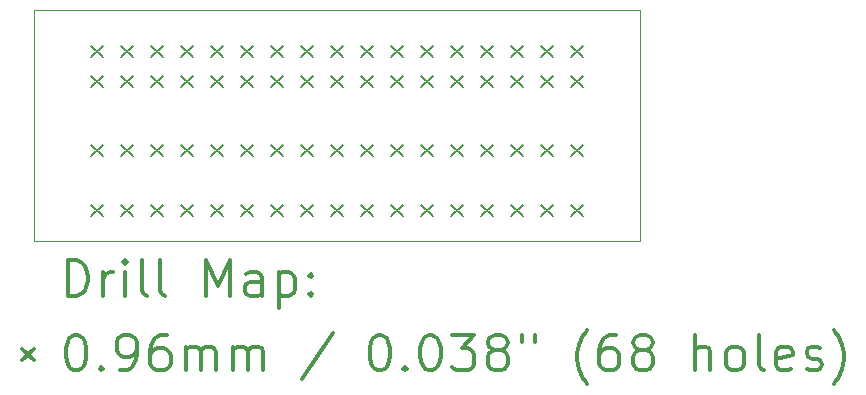
<source format=gbr>
%FSLAX45Y45*%
G04 Gerber Fmt 4.5, Leading zero omitted, Abs format (unit mm)*
G04 Created by KiCad (PCBNEW (5.1.5-0-10_14)) date 2020-03-21 14:00:26*
%MOMM*%
%LPD*%
G04 APERTURE LIST*
%TA.AperFunction,Profile*%
%ADD10C,0.050000*%
%TD*%
%ADD11C,0.200000*%
%ADD12C,0.300000*%
G04 APERTURE END LIST*
D10*
X4686300Y-5194300D02*
X4686300Y-3238500D01*
X9817100Y-5194300D02*
X4686300Y-5194300D01*
X9817100Y-3238500D02*
X9817100Y-5194300D01*
X4686300Y-3238500D02*
X9817100Y-3238500D01*
D11*
X5171450Y-3545850D02*
X5267950Y-3642350D01*
X5267950Y-3545850D02*
X5171450Y-3642350D01*
X5171450Y-3799850D02*
X5267950Y-3896350D01*
X5267950Y-3799850D02*
X5171450Y-3896350D01*
X5425450Y-3545850D02*
X5521950Y-3642350D01*
X5521950Y-3545850D02*
X5425450Y-3642350D01*
X5425450Y-3799850D02*
X5521950Y-3896350D01*
X5521950Y-3799850D02*
X5425450Y-3896350D01*
X5679450Y-3545850D02*
X5775950Y-3642350D01*
X5775950Y-3545850D02*
X5679450Y-3642350D01*
X5679450Y-3799850D02*
X5775950Y-3896350D01*
X5775950Y-3799850D02*
X5679450Y-3896350D01*
X5933450Y-3545850D02*
X6029950Y-3642350D01*
X6029950Y-3545850D02*
X5933450Y-3642350D01*
X5933450Y-3799850D02*
X6029950Y-3896350D01*
X6029950Y-3799850D02*
X5933450Y-3896350D01*
X6187450Y-3545850D02*
X6283950Y-3642350D01*
X6283950Y-3545850D02*
X6187450Y-3642350D01*
X6187450Y-3799850D02*
X6283950Y-3896350D01*
X6283950Y-3799850D02*
X6187450Y-3896350D01*
X6441450Y-3545850D02*
X6537950Y-3642350D01*
X6537950Y-3545850D02*
X6441450Y-3642350D01*
X6441450Y-3799850D02*
X6537950Y-3896350D01*
X6537950Y-3799850D02*
X6441450Y-3896350D01*
X6695450Y-3545850D02*
X6791950Y-3642350D01*
X6791950Y-3545850D02*
X6695450Y-3642350D01*
X6695450Y-3799850D02*
X6791950Y-3896350D01*
X6791950Y-3799850D02*
X6695450Y-3896350D01*
X6949450Y-3545850D02*
X7045950Y-3642350D01*
X7045950Y-3545850D02*
X6949450Y-3642350D01*
X6949450Y-3799850D02*
X7045950Y-3896350D01*
X7045950Y-3799850D02*
X6949450Y-3896350D01*
X7203450Y-3545850D02*
X7299950Y-3642350D01*
X7299950Y-3545850D02*
X7203450Y-3642350D01*
X7203450Y-3799850D02*
X7299950Y-3896350D01*
X7299950Y-3799850D02*
X7203450Y-3896350D01*
X7457450Y-3545850D02*
X7553950Y-3642350D01*
X7553950Y-3545850D02*
X7457450Y-3642350D01*
X7457450Y-3799850D02*
X7553950Y-3896350D01*
X7553950Y-3799850D02*
X7457450Y-3896350D01*
X7711450Y-3545850D02*
X7807950Y-3642350D01*
X7807950Y-3545850D02*
X7711450Y-3642350D01*
X7711450Y-3799850D02*
X7807950Y-3896350D01*
X7807950Y-3799850D02*
X7711450Y-3896350D01*
X7965450Y-3545850D02*
X8061950Y-3642350D01*
X8061950Y-3545850D02*
X7965450Y-3642350D01*
X7965450Y-3799850D02*
X8061950Y-3896350D01*
X8061950Y-3799850D02*
X7965450Y-3896350D01*
X8219450Y-3545850D02*
X8315950Y-3642350D01*
X8315950Y-3545850D02*
X8219450Y-3642350D01*
X8219450Y-3799850D02*
X8315950Y-3896350D01*
X8315950Y-3799850D02*
X8219450Y-3896350D01*
X8473450Y-3545850D02*
X8569950Y-3642350D01*
X8569950Y-3545850D02*
X8473450Y-3642350D01*
X8473450Y-3799850D02*
X8569950Y-3896350D01*
X8569950Y-3799850D02*
X8473450Y-3896350D01*
X8727450Y-3545850D02*
X8823950Y-3642350D01*
X8823950Y-3545850D02*
X8727450Y-3642350D01*
X8727450Y-3799850D02*
X8823950Y-3896350D01*
X8823950Y-3799850D02*
X8727450Y-3896350D01*
X8981450Y-3545850D02*
X9077950Y-3642350D01*
X9077950Y-3545850D02*
X8981450Y-3642350D01*
X8981450Y-3799850D02*
X9077950Y-3896350D01*
X9077950Y-3799850D02*
X8981450Y-3896350D01*
X9235450Y-3545850D02*
X9331950Y-3642350D01*
X9331950Y-3545850D02*
X9235450Y-3642350D01*
X9235450Y-3799850D02*
X9331950Y-3896350D01*
X9331950Y-3799850D02*
X9235450Y-3896350D01*
X5171450Y-4384050D02*
X5267950Y-4480550D01*
X5267950Y-4384050D02*
X5171450Y-4480550D01*
X5171450Y-4892050D02*
X5267950Y-4988550D01*
X5267950Y-4892050D02*
X5171450Y-4988550D01*
X5425450Y-4384050D02*
X5521950Y-4480550D01*
X5521950Y-4384050D02*
X5425450Y-4480550D01*
X5425450Y-4892050D02*
X5521950Y-4988550D01*
X5521950Y-4892050D02*
X5425450Y-4988550D01*
X5679450Y-4384050D02*
X5775950Y-4480550D01*
X5775950Y-4384050D02*
X5679450Y-4480550D01*
X5679450Y-4892050D02*
X5775950Y-4988550D01*
X5775950Y-4892050D02*
X5679450Y-4988550D01*
X5933450Y-4384050D02*
X6029950Y-4480550D01*
X6029950Y-4384050D02*
X5933450Y-4480550D01*
X5933450Y-4892050D02*
X6029950Y-4988550D01*
X6029950Y-4892050D02*
X5933450Y-4988550D01*
X6187450Y-4384050D02*
X6283950Y-4480550D01*
X6283950Y-4384050D02*
X6187450Y-4480550D01*
X6187450Y-4892050D02*
X6283950Y-4988550D01*
X6283950Y-4892050D02*
X6187450Y-4988550D01*
X6441450Y-4384050D02*
X6537950Y-4480550D01*
X6537950Y-4384050D02*
X6441450Y-4480550D01*
X6441450Y-4892050D02*
X6537950Y-4988550D01*
X6537950Y-4892050D02*
X6441450Y-4988550D01*
X6695450Y-4384050D02*
X6791950Y-4480550D01*
X6791950Y-4384050D02*
X6695450Y-4480550D01*
X6695450Y-4892050D02*
X6791950Y-4988550D01*
X6791950Y-4892050D02*
X6695450Y-4988550D01*
X6949450Y-4384050D02*
X7045950Y-4480550D01*
X7045950Y-4384050D02*
X6949450Y-4480550D01*
X6949450Y-4892050D02*
X7045950Y-4988550D01*
X7045950Y-4892050D02*
X6949450Y-4988550D01*
X7203450Y-4384050D02*
X7299950Y-4480550D01*
X7299950Y-4384050D02*
X7203450Y-4480550D01*
X7203450Y-4892050D02*
X7299950Y-4988550D01*
X7299950Y-4892050D02*
X7203450Y-4988550D01*
X7457450Y-4384050D02*
X7553950Y-4480550D01*
X7553950Y-4384050D02*
X7457450Y-4480550D01*
X7457450Y-4892050D02*
X7553950Y-4988550D01*
X7553950Y-4892050D02*
X7457450Y-4988550D01*
X7711450Y-4384050D02*
X7807950Y-4480550D01*
X7807950Y-4384050D02*
X7711450Y-4480550D01*
X7711450Y-4892050D02*
X7807950Y-4988550D01*
X7807950Y-4892050D02*
X7711450Y-4988550D01*
X7965450Y-4384050D02*
X8061950Y-4480550D01*
X8061950Y-4384050D02*
X7965450Y-4480550D01*
X7965450Y-4892050D02*
X8061950Y-4988550D01*
X8061950Y-4892050D02*
X7965450Y-4988550D01*
X8219450Y-4384050D02*
X8315950Y-4480550D01*
X8315950Y-4384050D02*
X8219450Y-4480550D01*
X8219450Y-4892050D02*
X8315950Y-4988550D01*
X8315950Y-4892050D02*
X8219450Y-4988550D01*
X8473450Y-4384050D02*
X8569950Y-4480550D01*
X8569950Y-4384050D02*
X8473450Y-4480550D01*
X8473450Y-4892050D02*
X8569950Y-4988550D01*
X8569950Y-4892050D02*
X8473450Y-4988550D01*
X8727450Y-4384050D02*
X8823950Y-4480550D01*
X8823950Y-4384050D02*
X8727450Y-4480550D01*
X8727450Y-4892050D02*
X8823950Y-4988550D01*
X8823950Y-4892050D02*
X8727450Y-4988550D01*
X8981450Y-4384050D02*
X9077950Y-4480550D01*
X9077950Y-4384050D02*
X8981450Y-4480550D01*
X8981450Y-4892050D02*
X9077950Y-4988550D01*
X9077950Y-4892050D02*
X8981450Y-4988550D01*
X9235450Y-4384050D02*
X9331950Y-4480550D01*
X9331950Y-4384050D02*
X9235450Y-4480550D01*
X9235450Y-4892050D02*
X9331950Y-4988550D01*
X9331950Y-4892050D02*
X9235450Y-4988550D01*
D12*
X4970228Y-5662514D02*
X4970228Y-5362514D01*
X5041657Y-5362514D01*
X5084514Y-5376800D01*
X5113086Y-5405372D01*
X5127371Y-5433943D01*
X5141657Y-5491086D01*
X5141657Y-5533943D01*
X5127371Y-5591086D01*
X5113086Y-5619657D01*
X5084514Y-5648229D01*
X5041657Y-5662514D01*
X4970228Y-5662514D01*
X5270228Y-5662514D02*
X5270228Y-5462514D01*
X5270228Y-5519657D02*
X5284514Y-5491086D01*
X5298800Y-5476800D01*
X5327371Y-5462514D01*
X5355943Y-5462514D01*
X5455943Y-5662514D02*
X5455943Y-5462514D01*
X5455943Y-5362514D02*
X5441657Y-5376800D01*
X5455943Y-5391086D01*
X5470228Y-5376800D01*
X5455943Y-5362514D01*
X5455943Y-5391086D01*
X5641657Y-5662514D02*
X5613086Y-5648229D01*
X5598800Y-5619657D01*
X5598800Y-5362514D01*
X5798800Y-5662514D02*
X5770228Y-5648229D01*
X5755943Y-5619657D01*
X5755943Y-5362514D01*
X6141657Y-5662514D02*
X6141657Y-5362514D01*
X6241657Y-5576800D01*
X6341657Y-5362514D01*
X6341657Y-5662514D01*
X6613086Y-5662514D02*
X6613086Y-5505372D01*
X6598800Y-5476800D01*
X6570228Y-5462514D01*
X6513086Y-5462514D01*
X6484514Y-5476800D01*
X6613086Y-5648229D02*
X6584514Y-5662514D01*
X6513086Y-5662514D01*
X6484514Y-5648229D01*
X6470228Y-5619657D01*
X6470228Y-5591086D01*
X6484514Y-5562514D01*
X6513086Y-5548229D01*
X6584514Y-5548229D01*
X6613086Y-5533943D01*
X6755943Y-5462514D02*
X6755943Y-5762514D01*
X6755943Y-5476800D02*
X6784514Y-5462514D01*
X6841657Y-5462514D01*
X6870228Y-5476800D01*
X6884514Y-5491086D01*
X6898800Y-5519657D01*
X6898800Y-5605371D01*
X6884514Y-5633943D01*
X6870228Y-5648229D01*
X6841657Y-5662514D01*
X6784514Y-5662514D01*
X6755943Y-5648229D01*
X7027371Y-5633943D02*
X7041657Y-5648229D01*
X7027371Y-5662514D01*
X7013086Y-5648229D01*
X7027371Y-5633943D01*
X7027371Y-5662514D01*
X7027371Y-5476800D02*
X7041657Y-5491086D01*
X7027371Y-5505372D01*
X7013086Y-5491086D01*
X7027371Y-5476800D01*
X7027371Y-5505372D01*
X4587300Y-6108550D02*
X4683800Y-6205050D01*
X4683800Y-6108550D02*
X4587300Y-6205050D01*
X5027371Y-5992514D02*
X5055943Y-5992514D01*
X5084514Y-6006800D01*
X5098800Y-6021086D01*
X5113086Y-6049657D01*
X5127371Y-6106800D01*
X5127371Y-6178229D01*
X5113086Y-6235371D01*
X5098800Y-6263943D01*
X5084514Y-6278229D01*
X5055943Y-6292514D01*
X5027371Y-6292514D01*
X4998800Y-6278229D01*
X4984514Y-6263943D01*
X4970228Y-6235371D01*
X4955943Y-6178229D01*
X4955943Y-6106800D01*
X4970228Y-6049657D01*
X4984514Y-6021086D01*
X4998800Y-6006800D01*
X5027371Y-5992514D01*
X5255943Y-6263943D02*
X5270228Y-6278229D01*
X5255943Y-6292514D01*
X5241657Y-6278229D01*
X5255943Y-6263943D01*
X5255943Y-6292514D01*
X5413086Y-6292514D02*
X5470228Y-6292514D01*
X5498800Y-6278229D01*
X5513086Y-6263943D01*
X5541657Y-6221086D01*
X5555943Y-6163943D01*
X5555943Y-6049657D01*
X5541657Y-6021086D01*
X5527371Y-6006800D01*
X5498800Y-5992514D01*
X5441657Y-5992514D01*
X5413086Y-6006800D01*
X5398800Y-6021086D01*
X5384514Y-6049657D01*
X5384514Y-6121086D01*
X5398800Y-6149657D01*
X5413086Y-6163943D01*
X5441657Y-6178229D01*
X5498800Y-6178229D01*
X5527371Y-6163943D01*
X5541657Y-6149657D01*
X5555943Y-6121086D01*
X5813086Y-5992514D02*
X5755943Y-5992514D01*
X5727371Y-6006800D01*
X5713086Y-6021086D01*
X5684514Y-6063943D01*
X5670228Y-6121086D01*
X5670228Y-6235371D01*
X5684514Y-6263943D01*
X5698800Y-6278229D01*
X5727371Y-6292514D01*
X5784514Y-6292514D01*
X5813086Y-6278229D01*
X5827371Y-6263943D01*
X5841657Y-6235371D01*
X5841657Y-6163943D01*
X5827371Y-6135371D01*
X5813086Y-6121086D01*
X5784514Y-6106800D01*
X5727371Y-6106800D01*
X5698800Y-6121086D01*
X5684514Y-6135371D01*
X5670228Y-6163943D01*
X5970228Y-6292514D02*
X5970228Y-6092514D01*
X5970228Y-6121086D02*
X5984514Y-6106800D01*
X6013086Y-6092514D01*
X6055943Y-6092514D01*
X6084514Y-6106800D01*
X6098800Y-6135371D01*
X6098800Y-6292514D01*
X6098800Y-6135371D02*
X6113086Y-6106800D01*
X6141657Y-6092514D01*
X6184514Y-6092514D01*
X6213086Y-6106800D01*
X6227371Y-6135371D01*
X6227371Y-6292514D01*
X6370228Y-6292514D02*
X6370228Y-6092514D01*
X6370228Y-6121086D02*
X6384514Y-6106800D01*
X6413086Y-6092514D01*
X6455943Y-6092514D01*
X6484514Y-6106800D01*
X6498800Y-6135371D01*
X6498800Y-6292514D01*
X6498800Y-6135371D02*
X6513086Y-6106800D01*
X6541657Y-6092514D01*
X6584514Y-6092514D01*
X6613086Y-6106800D01*
X6627371Y-6135371D01*
X6627371Y-6292514D01*
X7213086Y-5978229D02*
X6955943Y-6363943D01*
X7598800Y-5992514D02*
X7627371Y-5992514D01*
X7655943Y-6006800D01*
X7670228Y-6021086D01*
X7684514Y-6049657D01*
X7698800Y-6106800D01*
X7698800Y-6178229D01*
X7684514Y-6235371D01*
X7670228Y-6263943D01*
X7655943Y-6278229D01*
X7627371Y-6292514D01*
X7598800Y-6292514D01*
X7570228Y-6278229D01*
X7555943Y-6263943D01*
X7541657Y-6235371D01*
X7527371Y-6178229D01*
X7527371Y-6106800D01*
X7541657Y-6049657D01*
X7555943Y-6021086D01*
X7570228Y-6006800D01*
X7598800Y-5992514D01*
X7827371Y-6263943D02*
X7841657Y-6278229D01*
X7827371Y-6292514D01*
X7813086Y-6278229D01*
X7827371Y-6263943D01*
X7827371Y-6292514D01*
X8027371Y-5992514D02*
X8055943Y-5992514D01*
X8084514Y-6006800D01*
X8098800Y-6021086D01*
X8113086Y-6049657D01*
X8127371Y-6106800D01*
X8127371Y-6178229D01*
X8113086Y-6235371D01*
X8098800Y-6263943D01*
X8084514Y-6278229D01*
X8055943Y-6292514D01*
X8027371Y-6292514D01*
X7998800Y-6278229D01*
X7984514Y-6263943D01*
X7970228Y-6235371D01*
X7955943Y-6178229D01*
X7955943Y-6106800D01*
X7970228Y-6049657D01*
X7984514Y-6021086D01*
X7998800Y-6006800D01*
X8027371Y-5992514D01*
X8227371Y-5992514D02*
X8413086Y-5992514D01*
X8313086Y-6106800D01*
X8355943Y-6106800D01*
X8384514Y-6121086D01*
X8398800Y-6135371D01*
X8413086Y-6163943D01*
X8413086Y-6235371D01*
X8398800Y-6263943D01*
X8384514Y-6278229D01*
X8355943Y-6292514D01*
X8270228Y-6292514D01*
X8241657Y-6278229D01*
X8227371Y-6263943D01*
X8584514Y-6121086D02*
X8555943Y-6106800D01*
X8541657Y-6092514D01*
X8527371Y-6063943D01*
X8527371Y-6049657D01*
X8541657Y-6021086D01*
X8555943Y-6006800D01*
X8584514Y-5992514D01*
X8641657Y-5992514D01*
X8670228Y-6006800D01*
X8684514Y-6021086D01*
X8698800Y-6049657D01*
X8698800Y-6063943D01*
X8684514Y-6092514D01*
X8670228Y-6106800D01*
X8641657Y-6121086D01*
X8584514Y-6121086D01*
X8555943Y-6135371D01*
X8541657Y-6149657D01*
X8527371Y-6178229D01*
X8527371Y-6235371D01*
X8541657Y-6263943D01*
X8555943Y-6278229D01*
X8584514Y-6292514D01*
X8641657Y-6292514D01*
X8670228Y-6278229D01*
X8684514Y-6263943D01*
X8698800Y-6235371D01*
X8698800Y-6178229D01*
X8684514Y-6149657D01*
X8670228Y-6135371D01*
X8641657Y-6121086D01*
X8813086Y-5992514D02*
X8813086Y-6049657D01*
X8927371Y-5992514D02*
X8927371Y-6049657D01*
X9370228Y-6406800D02*
X9355943Y-6392514D01*
X9327371Y-6349657D01*
X9313086Y-6321086D01*
X9298800Y-6278229D01*
X9284514Y-6206800D01*
X9284514Y-6149657D01*
X9298800Y-6078229D01*
X9313086Y-6035371D01*
X9327371Y-6006800D01*
X9355943Y-5963943D01*
X9370228Y-5949657D01*
X9613086Y-5992514D02*
X9555943Y-5992514D01*
X9527371Y-6006800D01*
X9513086Y-6021086D01*
X9484514Y-6063943D01*
X9470228Y-6121086D01*
X9470228Y-6235371D01*
X9484514Y-6263943D01*
X9498800Y-6278229D01*
X9527371Y-6292514D01*
X9584514Y-6292514D01*
X9613086Y-6278229D01*
X9627371Y-6263943D01*
X9641657Y-6235371D01*
X9641657Y-6163943D01*
X9627371Y-6135371D01*
X9613086Y-6121086D01*
X9584514Y-6106800D01*
X9527371Y-6106800D01*
X9498800Y-6121086D01*
X9484514Y-6135371D01*
X9470228Y-6163943D01*
X9813086Y-6121086D02*
X9784514Y-6106800D01*
X9770228Y-6092514D01*
X9755943Y-6063943D01*
X9755943Y-6049657D01*
X9770228Y-6021086D01*
X9784514Y-6006800D01*
X9813086Y-5992514D01*
X9870228Y-5992514D01*
X9898800Y-6006800D01*
X9913086Y-6021086D01*
X9927371Y-6049657D01*
X9927371Y-6063943D01*
X9913086Y-6092514D01*
X9898800Y-6106800D01*
X9870228Y-6121086D01*
X9813086Y-6121086D01*
X9784514Y-6135371D01*
X9770228Y-6149657D01*
X9755943Y-6178229D01*
X9755943Y-6235371D01*
X9770228Y-6263943D01*
X9784514Y-6278229D01*
X9813086Y-6292514D01*
X9870228Y-6292514D01*
X9898800Y-6278229D01*
X9913086Y-6263943D01*
X9927371Y-6235371D01*
X9927371Y-6178229D01*
X9913086Y-6149657D01*
X9898800Y-6135371D01*
X9870228Y-6121086D01*
X10284514Y-6292514D02*
X10284514Y-5992514D01*
X10413086Y-6292514D02*
X10413086Y-6135371D01*
X10398800Y-6106800D01*
X10370228Y-6092514D01*
X10327371Y-6092514D01*
X10298800Y-6106800D01*
X10284514Y-6121086D01*
X10598800Y-6292514D02*
X10570228Y-6278229D01*
X10555943Y-6263943D01*
X10541657Y-6235371D01*
X10541657Y-6149657D01*
X10555943Y-6121086D01*
X10570228Y-6106800D01*
X10598800Y-6092514D01*
X10641657Y-6092514D01*
X10670228Y-6106800D01*
X10684514Y-6121086D01*
X10698800Y-6149657D01*
X10698800Y-6235371D01*
X10684514Y-6263943D01*
X10670228Y-6278229D01*
X10641657Y-6292514D01*
X10598800Y-6292514D01*
X10870228Y-6292514D02*
X10841657Y-6278229D01*
X10827371Y-6249657D01*
X10827371Y-5992514D01*
X11098800Y-6278229D02*
X11070228Y-6292514D01*
X11013086Y-6292514D01*
X10984514Y-6278229D01*
X10970228Y-6249657D01*
X10970228Y-6135371D01*
X10984514Y-6106800D01*
X11013086Y-6092514D01*
X11070228Y-6092514D01*
X11098800Y-6106800D01*
X11113086Y-6135371D01*
X11113086Y-6163943D01*
X10970228Y-6192514D01*
X11227371Y-6278229D02*
X11255943Y-6292514D01*
X11313086Y-6292514D01*
X11341657Y-6278229D01*
X11355943Y-6249657D01*
X11355943Y-6235371D01*
X11341657Y-6206800D01*
X11313086Y-6192514D01*
X11270228Y-6192514D01*
X11241657Y-6178229D01*
X11227371Y-6149657D01*
X11227371Y-6135371D01*
X11241657Y-6106800D01*
X11270228Y-6092514D01*
X11313086Y-6092514D01*
X11341657Y-6106800D01*
X11455943Y-6406800D02*
X11470228Y-6392514D01*
X11498800Y-6349657D01*
X11513086Y-6321086D01*
X11527371Y-6278229D01*
X11541657Y-6206800D01*
X11541657Y-6149657D01*
X11527371Y-6078229D01*
X11513086Y-6035371D01*
X11498800Y-6006800D01*
X11470228Y-5963943D01*
X11455943Y-5949657D01*
M02*

</source>
